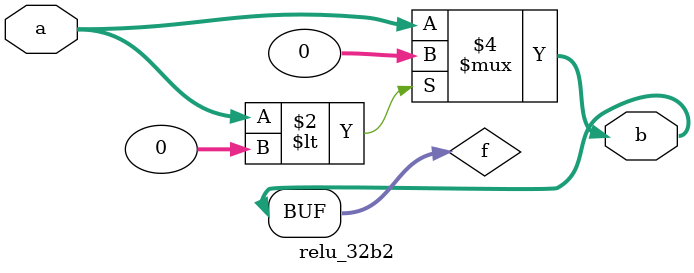
<source format=v>
module relu_32b2 (a, b);

input [31:0] a;
output [31:0] b;

wire signed [31:0] a;
wire signed [31:0] b;

reg signed [31:0] f;
always @(*) begin
    if (a < 0) begin
      f <= 32'd0;
    end
    else begin
      f <= a;
    end
end

assign b = f;

endmodule
</source>
